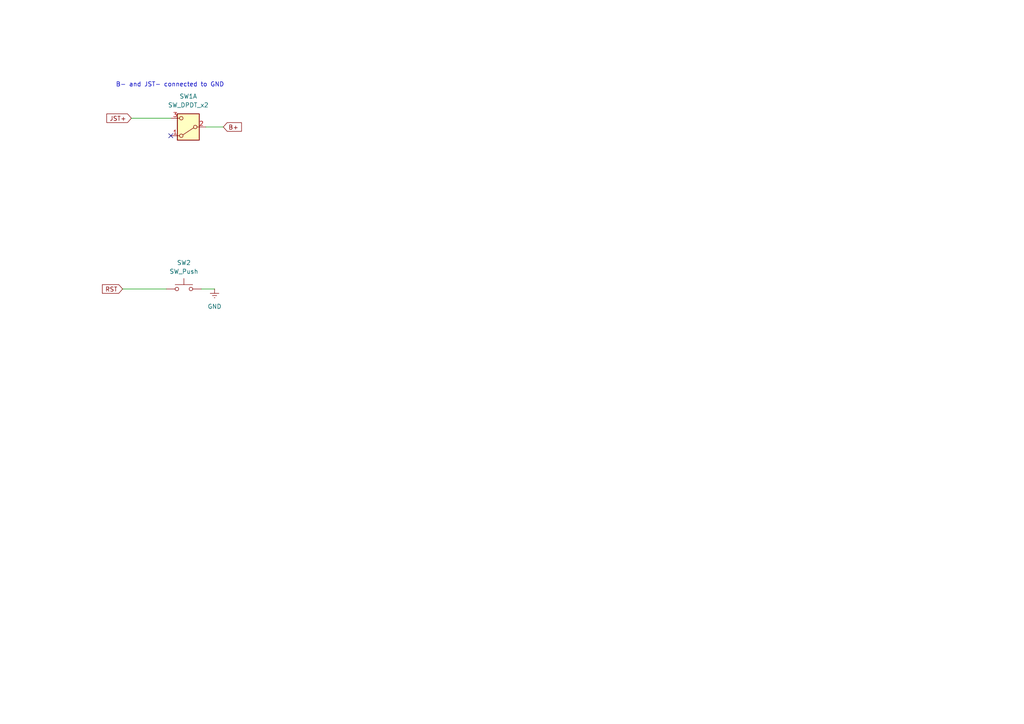
<source format=kicad_sch>
(kicad_sch (version 20231120) (generator "eeschema") (generator_version "8.0")
  (paper "A4")
  (lib_symbols
    (symbol "Switch:SW_DPDT_x2" (pin_names (offset 0) hide)
      (property "Reference" "SW" (at 0 5.08 0))
      (property "Value" "SW_DPDT_x2" (at 0 -5.08 0))
      (symbol "SW_DPDT_x2_0_0"
        (circle (center -2.032 0) (radius 0.508))
        (circle (center 2.032 -2.54) (radius 0.508))
      )
      (symbol "SW_DPDT_x2_0_1"
        (rectangle (start -3.175 3.81) (end 3.175 -3.81) (stroke (width 0.254)) (fill (type background)))
        (polyline (pts (xy -1.524 0.254) (xy 1.5748 2.286)))
        (circle (center 2.032 2.54) (radius 0.508))
      )
      (symbol "SW_DPDT_x2_1_1"
        (pin passive line (at 5.08 2.54 180) (length 2.54) (name "A") (number "1"))
        (pin passive line (at -5.08 0 0) (length 2.54) (name "B") (number "2"))
        (pin passive line (at 5.08 -2.54 180) (length 2.54) (name "C") (number "3"))
      )
      (symbol "SW_DPDT_x2_2_1"
        (pin passive line (at 5.08 2.54 180) (length 2.54) (name "A") (number "4"))
        (pin passive line (at -5.08 0 0) (length 2.54) (name "B") (number "5"))
        (pin passive line (at 5.08 -2.54 180) (length 2.54) (name "C") (number "6"))
      )
    )
    (symbol "Switch:SW_Push" (pin_numbers hide) (pin_names (offset 1.016) hide)
      (property "Reference" "SW" (at 1.27 2.54 0))
      (property "Value" "SW_Push" (at 0 -1.524 0))
      (symbol "SW_Push_0_1"
        (circle (center -2.032 0) (radius 0.508))
        (polyline (pts (xy 0 1.27) (xy 0 3.048)))
        (polyline (pts (xy 2.54 1.27) (xy -2.54 1.27)))
        (circle (center 2.032 0) (radius 0.508))
        (pin passive line (at -5.08 0 0) (length 2.54) (name "1") (number "1"))
        (pin passive line (at 5.08 0 180) (length 2.54) (name "2") (number "2"))
      )
    )
    (symbol "power:GNDREF" (power) (pin_numbers hide) (pin_names (offset 0) hide)
      (property "Value" "GNDREF" (at 0 -3.81 0))
      (symbol "GNDREF_0_1"
        (polyline (pts (xy -0.635 -1.905) (xy 0.635 -1.905)))
        (polyline (pts (xy -0.127 -2.54) (xy 0.127 -2.54)))
        (polyline (pts (xy 0 -1.27) (xy 0 0)))
        (polyline (pts (xy 1.27 -1.27) (xy -1.27 -1.27)))
      )
      (symbol "GNDREF_1_1"
        (pin power_in line (at 0 0 270) (length 0) (name "~") (number "1"))
      )
    )
  )
  (no_connect (at 49.53 39.37))
  (wire (pts (xy 38.1 34.29) (xy 49.53 34.29)))
  (wire (pts (xy 58.42 83.82) (xy 62.23 83.82)))
  (wire (pts (xy 59.69 36.83) (xy 64.77 36.83)))
  (wire (pts (xy 35.56 83.82) (xy 48.26 83.82)))
  (text "B- and JST- connected to GND " (at 49.784 24.638 0) (effects (font (size 1.27 1.27))))
  (global_label "RST" (shape input) (at 35.56 83.82 180) (property "Intersheetrefs" "${INTERSHEET_REFS}" (effects (hide yes))))
  (global_label "B+" (shape input) (at 64.77 36.83 0) (property "Intersheetrefs" "${INTERSHEET_REFS}" (effects (hide yes))))
  (global_label "JST+" (shape input) (at 38.1 34.29 180) (property "Intersheetrefs" "${INTERSHEET_REFS}" (effects (hide yes))))
  (symbol (lib_id "Switch:SW_DPDT_x2") (at 54.61 36.83 180) (unit 1)
    (property "Reference" "SW1" (at 54.61 27.94 0))
    (property "Value" "SW_DPDT_x2" (at 54.61 30.48 0))
    (property "Description" "Switch, dual pole double throw, separate symbols" (effects (hide yes)))
  )
  (symbol (lib_id "power:GNDREF") (at 62.23 83.82 0) (unit 1)
    (property "Reference" "#PWR06" (effects (hide yes)))
    (property "Value" "GND" (at 62.23 88.9 0))
    (property "Description" "Power symbol creates a global label with name \"GNDREF\" , reference supply ground" (effects (hide yes)))
  )
  (symbol (lib_id "Switch:SW_Push") (at 53.34 83.82 0) (unit 1)
    (property "Reference" "SW2" (at 53.34 76.2 0))
    (property "Value" "SW_Push" (at 53.34 78.74 0))
    (property "Description" "Push button switch, generic, two pins" (effects (hide yes)))
  )
)
</source>
